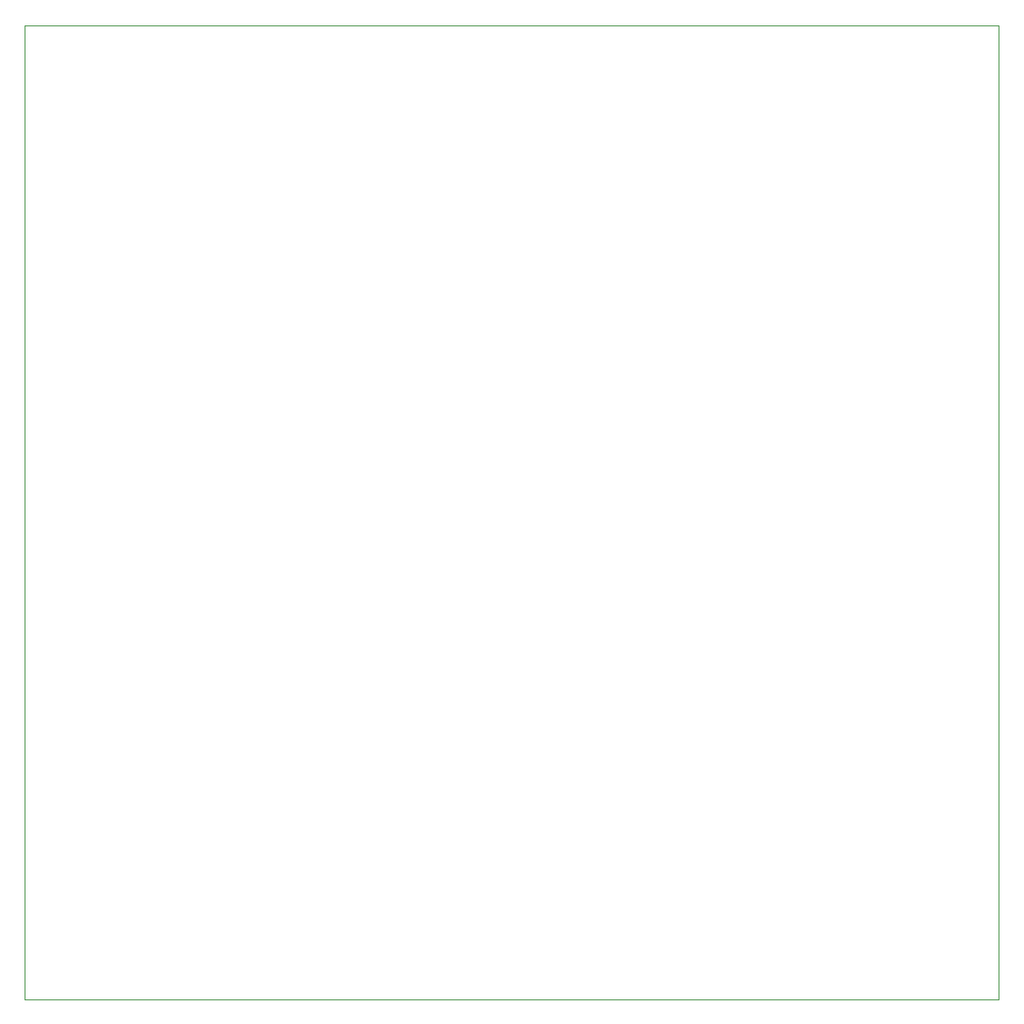
<source format=gm1>
%TF.GenerationSoftware,KiCad,Pcbnew,(6.0.7-1)-1*%
%TF.CreationDate,2023-05-01T11:39:35-04:00*%
%TF.ProjectId,antenna-db,616e7465-6e6e-4612-9d64-622e6b696361,rev?*%
%TF.SameCoordinates,Original*%
%TF.FileFunction,Profile,NP*%
%FSLAX46Y46*%
G04 Gerber Fmt 4.6, Leading zero omitted, Abs format (unit mm)*
G04 Created by KiCad (PCBNEW (6.0.7-1)-1) date 2023-05-01 11:39:35*
%MOMM*%
%LPD*%
G01*
G04 APERTURE LIST*
%TA.AperFunction,Profile*%
%ADD10C,0.100000*%
%TD*%
G04 APERTURE END LIST*
D10*
X109855000Y-48387000D02*
X109855000Y-142367000D01*
X109855000Y-142367000D02*
X203835000Y-142367000D01*
X203835000Y-142367000D02*
X203835000Y-48387000D01*
X203835000Y-48387000D02*
X109855000Y-48387000D01*
M02*

</source>
